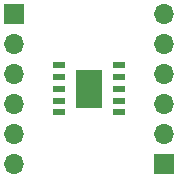
<source format=gts>
%TF.GenerationSoftware,KiCad,Pcbnew,8.0.4*%
%TF.CreationDate,2025-01-06T14:26:04+00:00*%
%TF.ProjectId,essop_10_breakout,6573736f-705f-4313-905f-627265616b6f,rev?*%
%TF.SameCoordinates,Original*%
%TF.FileFunction,Soldermask,Top*%
%TF.FilePolarity,Negative*%
%FSLAX46Y46*%
G04 Gerber Fmt 4.6, Leading zero omitted, Abs format (unit mm)*
G04 Created by KiCad (PCBNEW 8.0.4) date 2025-01-06 14:26:04*
%MOMM*%
%LPD*%
G01*
G04 APERTURE LIST*
%ADD10R,1.700000X1.700000*%
%ADD11O,1.700000X1.700000*%
%ADD12R,2.300000X3.200000*%
%ADD13R,1.100000X0.510000*%
G04 APERTURE END LIST*
D10*
%TO.C,J5*%
X52650000Y-52650000D03*
D11*
X52650000Y-55190000D03*
X52650000Y-57730000D03*
X52650000Y-60270000D03*
X52650000Y-62810000D03*
X52650000Y-65350000D03*
%TD*%
D12*
%TO.C,U3*%
X59000000Y-59000000D03*
D13*
X56450000Y-57000000D03*
X56450000Y-58000000D03*
X56450000Y-59000000D03*
X56450000Y-60000000D03*
X56450000Y-61000000D03*
X61550000Y-61000000D03*
X61550000Y-60000000D03*
X61550000Y-59000000D03*
X61550000Y-58000000D03*
X61550000Y-57000000D03*
%TD*%
D10*
%TO.C,J6*%
X65350000Y-65350000D03*
D11*
X65350000Y-62810000D03*
X65350000Y-60270000D03*
X65350000Y-57730000D03*
X65350000Y-55190000D03*
X65350000Y-52650000D03*
%TD*%
M02*

</source>
